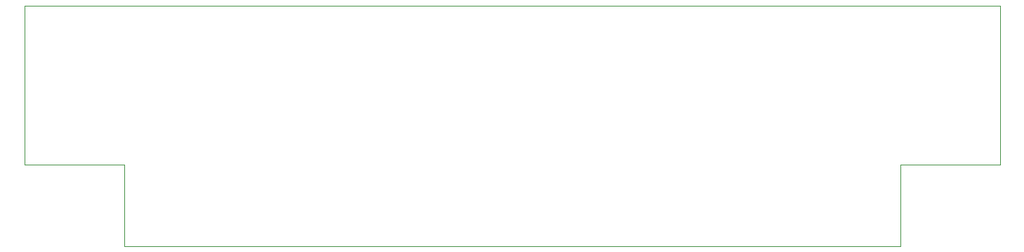
<source format=gko>
G04 start of page 4 for group 2 idx 2 *
G04 Title: (unknown), outline *
G04 Creator: pcb 20110918 *
G04 CreationDate: Mon Dec 22 17:10:58 2014 UTC *
G04 For: fosse *
G04 Format: Gerber/RS-274X *
G04 PCB-Dimensions: 600000 500000 *
G04 PCB-Coordinate-Origin: lower left *
%MOIN*%
%FSLAX25Y25*%
%LNOUTLINE*%
%ADD27C,0.0000*%
G54D27*X112000Y172400D02*X66000D01*
Y245900D01*
X516000D01*
X112000Y135000D02*Y172400D01*
Y135000D02*X470000D01*
Y172400D02*X516000D01*
Y245900D02*Y172400D01*
X470000Y135000D02*Y172400D01*
M02*

</source>
